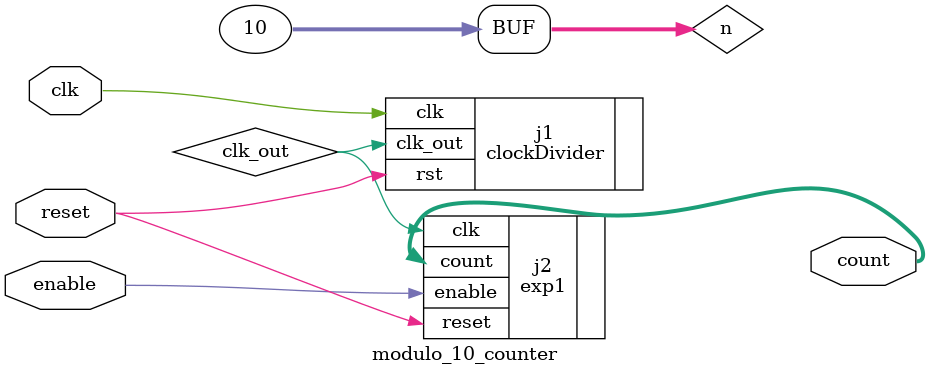
<source format=v>
module modulo_10_counter(input clk,input reset,input enable,output [3:0] count);
integer n=10;
wire clk_out;   

clockDivider #(3000000000) j1(.clk(clk),.rst (reset),.clk_out (clk_out));
exp1#(4,10) j2(.clk(clk_out),.reset(reset),.enable(enable),.count(count));

endmodule
</source>
